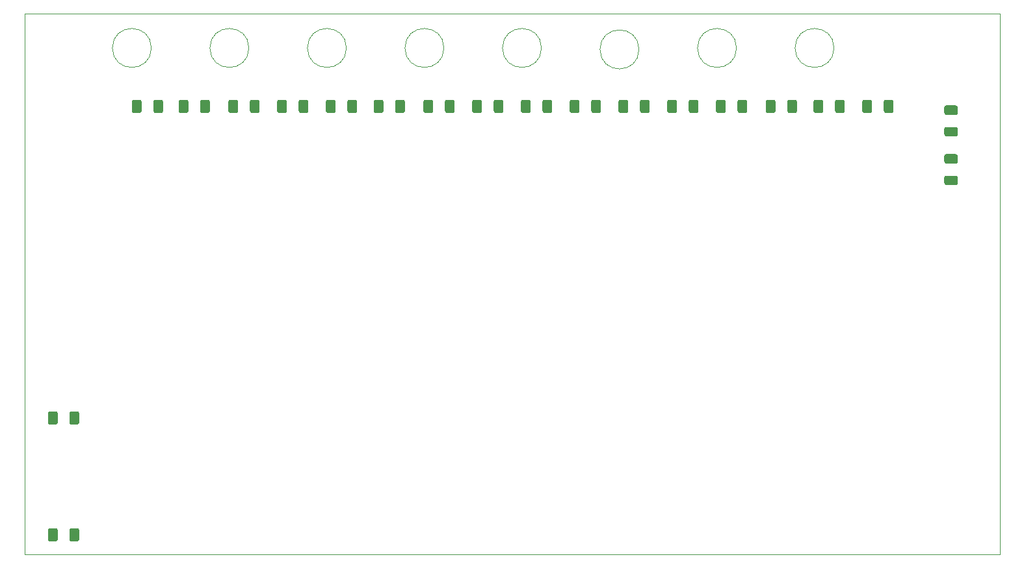
<source format=gbr>
G04 #@! TF.GenerationSoftware,KiCad,Pcbnew,5.1.8+dfsg1-1+b1*
G04 #@! TF.CreationDate,2021-07-07T17:01:25-05:00*
G04 #@! TF.ProjectId,front-panel,66726f6e-742d-4706-916e-656c2e6b6963,B*
G04 #@! TF.SameCoordinates,Original*
G04 #@! TF.FileFunction,Paste,Top*
G04 #@! TF.FilePolarity,Positive*
%FSLAX46Y46*%
G04 Gerber Fmt 4.6, Leading zero omitted, Abs format (unit mm)*
G04 Created by KiCad (PCBNEW 5.1.8+dfsg1-1+b1) date 2021-07-07 17:01:25*
%MOMM*%
%LPD*%
G01*
G04 APERTURE LIST*
G04 #@! TA.AperFunction,Profile*
%ADD10C,0.050000*%
G04 #@! TD*
G04 APERTURE END LIST*
D10*
X177800000Y-60325000D02*
X177800000Y-130810000D01*
X50800000Y-60325000D02*
X50800000Y-130810000D01*
X50800000Y-130810000D02*
X177800000Y-130810000D01*
X92710000Y-64770000D02*
G75*
G03*
X92710000Y-64770000I-2540000J0D01*
G01*
X156210000Y-64770000D02*
G75*
G03*
X156210000Y-64770000I-2540000J0D01*
G01*
X143510000Y-64770000D02*
G75*
G03*
X143510000Y-64770000I-2540000J0D01*
G01*
X130810000Y-64960500D02*
G75*
G03*
X130810000Y-64960500I-2540000J0D01*
G01*
X118110000Y-64770000D02*
G75*
G03*
X118110000Y-64770000I-2540000J0D01*
G01*
X105410000Y-64770000D02*
G75*
G03*
X105410000Y-64770000I-2540000J0D01*
G01*
X80010000Y-64770000D02*
G75*
G03*
X80010000Y-64770000I-2540000J0D01*
G01*
X67310000Y-64770000D02*
G75*
G03*
X67310000Y-64770000I-2540000J0D01*
G01*
X177800000Y-60325000D02*
X50800000Y-60325000D01*
G36*
G01*
X55105000Y-127645000D02*
X55105000Y-128895000D01*
G75*
G02*
X54855000Y-129145000I-250000J0D01*
G01*
X54105000Y-129145000D01*
G75*
G02*
X53855000Y-128895000I0J250000D01*
G01*
X53855000Y-127645000D01*
G75*
G02*
X54105000Y-127395000I250000J0D01*
G01*
X54855000Y-127395000D01*
G75*
G02*
X55105000Y-127645000I0J-250000D01*
G01*
G37*
G36*
G01*
X57905000Y-127645000D02*
X57905000Y-128895000D01*
G75*
G02*
X57655000Y-129145000I-250000J0D01*
G01*
X56905000Y-129145000D01*
G75*
G02*
X56655000Y-128895000I0J250000D01*
G01*
X56655000Y-127645000D01*
G75*
G02*
X56905000Y-127395000I250000J0D01*
G01*
X57655000Y-127395000D01*
G75*
G02*
X57905000Y-127645000I0J-250000D01*
G01*
G37*
G36*
G01*
X55105000Y-112405000D02*
X55105000Y-113655000D01*
G75*
G02*
X54855000Y-113905000I-250000J0D01*
G01*
X54105000Y-113905000D01*
G75*
G02*
X53855000Y-113655000I0J250000D01*
G01*
X53855000Y-112405000D01*
G75*
G02*
X54105000Y-112155000I250000J0D01*
G01*
X54855000Y-112155000D01*
G75*
G02*
X55105000Y-112405000I0J-250000D01*
G01*
G37*
G36*
G01*
X57905000Y-112405000D02*
X57905000Y-113655000D01*
G75*
G02*
X57655000Y-113905000I-250000J0D01*
G01*
X56905000Y-113905000D01*
G75*
G02*
X56655000Y-113655000I0J250000D01*
G01*
X56655000Y-112405000D01*
G75*
G02*
X56905000Y-112155000I250000J0D01*
G01*
X57655000Y-112155000D01*
G75*
G02*
X57905000Y-112405000I0J-250000D01*
G01*
G37*
G36*
G01*
X170825000Y-75070000D02*
X172075000Y-75070000D01*
G75*
G02*
X172325000Y-75320000I0J-250000D01*
G01*
X172325000Y-76070000D01*
G75*
G02*
X172075000Y-76320000I-250000J0D01*
G01*
X170825000Y-76320000D01*
G75*
G02*
X170575000Y-76070000I0J250000D01*
G01*
X170575000Y-75320000D01*
G75*
G02*
X170825000Y-75070000I250000J0D01*
G01*
G37*
G36*
G01*
X170825000Y-72270000D02*
X172075000Y-72270000D01*
G75*
G02*
X172325000Y-72520000I0J-250000D01*
G01*
X172325000Y-73270000D01*
G75*
G02*
X172075000Y-73520000I-250000J0D01*
G01*
X170825000Y-73520000D01*
G75*
G02*
X170575000Y-73270000I0J250000D01*
G01*
X170575000Y-72520000D01*
G75*
G02*
X170825000Y-72270000I250000J0D01*
G01*
G37*
G36*
G01*
X172075000Y-79870000D02*
X170825000Y-79870000D01*
G75*
G02*
X170575000Y-79620000I0J250000D01*
G01*
X170575000Y-78870000D01*
G75*
G02*
X170825000Y-78620000I250000J0D01*
G01*
X172075000Y-78620000D01*
G75*
G02*
X172325000Y-78870000I0J-250000D01*
G01*
X172325000Y-79620000D01*
G75*
G02*
X172075000Y-79870000I-250000J0D01*
G01*
G37*
G36*
G01*
X172075000Y-82670000D02*
X170825000Y-82670000D01*
G75*
G02*
X170575000Y-82420000I0J250000D01*
G01*
X170575000Y-81670000D01*
G75*
G02*
X170825000Y-81420000I250000J0D01*
G01*
X172075000Y-81420000D01*
G75*
G02*
X172325000Y-81670000I0J-250000D01*
G01*
X172325000Y-82420000D01*
G75*
G02*
X172075000Y-82670000I-250000J0D01*
G01*
G37*
G36*
G01*
X156350000Y-73015000D02*
X156350000Y-71765000D01*
G75*
G02*
X156600000Y-71515000I250000J0D01*
G01*
X157350000Y-71515000D01*
G75*
G02*
X157600000Y-71765000I0J-250000D01*
G01*
X157600000Y-73015000D01*
G75*
G02*
X157350000Y-73265000I-250000J0D01*
G01*
X156600000Y-73265000D01*
G75*
G02*
X156350000Y-73015000I0J250000D01*
G01*
G37*
G36*
G01*
X153550000Y-73015000D02*
X153550000Y-71765000D01*
G75*
G02*
X153800000Y-71515000I250000J0D01*
G01*
X154550000Y-71515000D01*
G75*
G02*
X154800000Y-71765000I0J-250000D01*
G01*
X154800000Y-73015000D01*
G75*
G02*
X154550000Y-73265000I-250000J0D01*
G01*
X153800000Y-73265000D01*
G75*
G02*
X153550000Y-73015000I0J250000D01*
G01*
G37*
G36*
G01*
X130950000Y-73015000D02*
X130950000Y-71765000D01*
G75*
G02*
X131200000Y-71515000I250000J0D01*
G01*
X131950000Y-71515000D01*
G75*
G02*
X132200000Y-71765000I0J-250000D01*
G01*
X132200000Y-73015000D01*
G75*
G02*
X131950000Y-73265000I-250000J0D01*
G01*
X131200000Y-73265000D01*
G75*
G02*
X130950000Y-73015000I0J250000D01*
G01*
G37*
G36*
G01*
X128150000Y-73015000D02*
X128150000Y-71765000D01*
G75*
G02*
X128400000Y-71515000I250000J0D01*
G01*
X129150000Y-71515000D01*
G75*
G02*
X129400000Y-71765000I0J-250000D01*
G01*
X129400000Y-73015000D01*
G75*
G02*
X129150000Y-73265000I-250000J0D01*
G01*
X128400000Y-73265000D01*
G75*
G02*
X128150000Y-73015000I0J250000D01*
G01*
G37*
G36*
G01*
X105550000Y-73015000D02*
X105550000Y-71765000D01*
G75*
G02*
X105800000Y-71515000I250000J0D01*
G01*
X106550000Y-71515000D01*
G75*
G02*
X106800000Y-71765000I0J-250000D01*
G01*
X106800000Y-73015000D01*
G75*
G02*
X106550000Y-73265000I-250000J0D01*
G01*
X105800000Y-73265000D01*
G75*
G02*
X105550000Y-73015000I0J250000D01*
G01*
G37*
G36*
G01*
X102750000Y-73015000D02*
X102750000Y-71765000D01*
G75*
G02*
X103000000Y-71515000I250000J0D01*
G01*
X103750000Y-71515000D01*
G75*
G02*
X104000000Y-71765000I0J-250000D01*
G01*
X104000000Y-73015000D01*
G75*
G02*
X103750000Y-73265000I-250000J0D01*
G01*
X103000000Y-73265000D01*
G75*
G02*
X102750000Y-73015000I0J250000D01*
G01*
G37*
G36*
G01*
X80150000Y-73015000D02*
X80150000Y-71765000D01*
G75*
G02*
X80400000Y-71515000I250000J0D01*
G01*
X81150000Y-71515000D01*
G75*
G02*
X81400000Y-71765000I0J-250000D01*
G01*
X81400000Y-73015000D01*
G75*
G02*
X81150000Y-73265000I-250000J0D01*
G01*
X80400000Y-73265000D01*
G75*
G02*
X80150000Y-73015000I0J250000D01*
G01*
G37*
G36*
G01*
X77350000Y-73015000D02*
X77350000Y-71765000D01*
G75*
G02*
X77600000Y-71515000I250000J0D01*
G01*
X78350000Y-71515000D01*
G75*
G02*
X78600000Y-71765000I0J-250000D01*
G01*
X78600000Y-73015000D01*
G75*
G02*
X78350000Y-73265000I-250000J0D01*
G01*
X77600000Y-73265000D01*
G75*
G02*
X77350000Y-73015000I0J250000D01*
G01*
G37*
G36*
G01*
X143650000Y-73015000D02*
X143650000Y-71765000D01*
G75*
G02*
X143900000Y-71515000I250000J0D01*
G01*
X144650000Y-71515000D01*
G75*
G02*
X144900000Y-71765000I0J-250000D01*
G01*
X144900000Y-73015000D01*
G75*
G02*
X144650000Y-73265000I-250000J0D01*
G01*
X143900000Y-73265000D01*
G75*
G02*
X143650000Y-73015000I0J250000D01*
G01*
G37*
G36*
G01*
X140850000Y-73015000D02*
X140850000Y-71765000D01*
G75*
G02*
X141100000Y-71515000I250000J0D01*
G01*
X141850000Y-71515000D01*
G75*
G02*
X142100000Y-71765000I0J-250000D01*
G01*
X142100000Y-73015000D01*
G75*
G02*
X141850000Y-73265000I-250000J0D01*
G01*
X141100000Y-73265000D01*
G75*
G02*
X140850000Y-73015000I0J250000D01*
G01*
G37*
G36*
G01*
X118250000Y-73015000D02*
X118250000Y-71765000D01*
G75*
G02*
X118500000Y-71515000I250000J0D01*
G01*
X119250000Y-71515000D01*
G75*
G02*
X119500000Y-71765000I0J-250000D01*
G01*
X119500000Y-73015000D01*
G75*
G02*
X119250000Y-73265000I-250000J0D01*
G01*
X118500000Y-73265000D01*
G75*
G02*
X118250000Y-73015000I0J250000D01*
G01*
G37*
G36*
G01*
X115450000Y-73015000D02*
X115450000Y-71765000D01*
G75*
G02*
X115700000Y-71515000I250000J0D01*
G01*
X116450000Y-71515000D01*
G75*
G02*
X116700000Y-71765000I0J-250000D01*
G01*
X116700000Y-73015000D01*
G75*
G02*
X116450000Y-73265000I-250000J0D01*
G01*
X115700000Y-73265000D01*
G75*
G02*
X115450000Y-73015000I0J250000D01*
G01*
G37*
G36*
G01*
X92850000Y-73015000D02*
X92850000Y-71765000D01*
G75*
G02*
X93100000Y-71515000I250000J0D01*
G01*
X93850000Y-71515000D01*
G75*
G02*
X94100000Y-71765000I0J-250000D01*
G01*
X94100000Y-73015000D01*
G75*
G02*
X93850000Y-73265000I-250000J0D01*
G01*
X93100000Y-73265000D01*
G75*
G02*
X92850000Y-73015000I0J250000D01*
G01*
G37*
G36*
G01*
X90050000Y-73015000D02*
X90050000Y-71765000D01*
G75*
G02*
X90300000Y-71515000I250000J0D01*
G01*
X91050000Y-71515000D01*
G75*
G02*
X91300000Y-71765000I0J-250000D01*
G01*
X91300000Y-73015000D01*
G75*
G02*
X91050000Y-73265000I-250000J0D01*
G01*
X90300000Y-73265000D01*
G75*
G02*
X90050000Y-73015000I0J250000D01*
G01*
G37*
G36*
G01*
X67580000Y-73015000D02*
X67580000Y-71765000D01*
G75*
G02*
X67830000Y-71515000I250000J0D01*
G01*
X68580000Y-71515000D01*
G75*
G02*
X68830000Y-71765000I0J-250000D01*
G01*
X68830000Y-73015000D01*
G75*
G02*
X68580000Y-73265000I-250000J0D01*
G01*
X67830000Y-73265000D01*
G75*
G02*
X67580000Y-73015000I0J250000D01*
G01*
G37*
G36*
G01*
X64780000Y-73015000D02*
X64780000Y-71765000D01*
G75*
G02*
X65030000Y-71515000I250000J0D01*
G01*
X65780000Y-71515000D01*
G75*
G02*
X66030000Y-71765000I0J-250000D01*
G01*
X66030000Y-73015000D01*
G75*
G02*
X65780000Y-73265000I-250000J0D01*
G01*
X65030000Y-73265000D01*
G75*
G02*
X64780000Y-73015000I0J250000D01*
G01*
G37*
G36*
G01*
X161150000Y-71765000D02*
X161150000Y-73015000D01*
G75*
G02*
X160900000Y-73265000I-250000J0D01*
G01*
X160150000Y-73265000D01*
G75*
G02*
X159900000Y-73015000I0J250000D01*
G01*
X159900000Y-71765000D01*
G75*
G02*
X160150000Y-71515000I250000J0D01*
G01*
X160900000Y-71515000D01*
G75*
G02*
X161150000Y-71765000I0J-250000D01*
G01*
G37*
G36*
G01*
X163950000Y-71765000D02*
X163950000Y-73015000D01*
G75*
G02*
X163700000Y-73265000I-250000J0D01*
G01*
X162950000Y-73265000D01*
G75*
G02*
X162700000Y-73015000I0J250000D01*
G01*
X162700000Y-71765000D01*
G75*
G02*
X162950000Y-71515000I250000J0D01*
G01*
X163700000Y-71515000D01*
G75*
G02*
X163950000Y-71765000I0J-250000D01*
G01*
G37*
G36*
G01*
X135750000Y-71765000D02*
X135750000Y-73015000D01*
G75*
G02*
X135500000Y-73265000I-250000J0D01*
G01*
X134750000Y-73265000D01*
G75*
G02*
X134500000Y-73015000I0J250000D01*
G01*
X134500000Y-71765000D01*
G75*
G02*
X134750000Y-71515000I250000J0D01*
G01*
X135500000Y-71515000D01*
G75*
G02*
X135750000Y-71765000I0J-250000D01*
G01*
G37*
G36*
G01*
X138550000Y-71765000D02*
X138550000Y-73015000D01*
G75*
G02*
X138300000Y-73265000I-250000J0D01*
G01*
X137550000Y-73265000D01*
G75*
G02*
X137300000Y-73015000I0J250000D01*
G01*
X137300000Y-71765000D01*
G75*
G02*
X137550000Y-71515000I250000J0D01*
G01*
X138300000Y-71515000D01*
G75*
G02*
X138550000Y-71765000I0J-250000D01*
G01*
G37*
G36*
G01*
X110350000Y-71765000D02*
X110350000Y-73015000D01*
G75*
G02*
X110100000Y-73265000I-250000J0D01*
G01*
X109350000Y-73265000D01*
G75*
G02*
X109100000Y-73015000I0J250000D01*
G01*
X109100000Y-71765000D01*
G75*
G02*
X109350000Y-71515000I250000J0D01*
G01*
X110100000Y-71515000D01*
G75*
G02*
X110350000Y-71765000I0J-250000D01*
G01*
G37*
G36*
G01*
X113150000Y-71765000D02*
X113150000Y-73015000D01*
G75*
G02*
X112900000Y-73265000I-250000J0D01*
G01*
X112150000Y-73265000D01*
G75*
G02*
X111900000Y-73015000I0J250000D01*
G01*
X111900000Y-71765000D01*
G75*
G02*
X112150000Y-71515000I250000J0D01*
G01*
X112900000Y-71515000D01*
G75*
G02*
X113150000Y-71765000I0J-250000D01*
G01*
G37*
G36*
G01*
X84950000Y-71765000D02*
X84950000Y-73015000D01*
G75*
G02*
X84700000Y-73265000I-250000J0D01*
G01*
X83950000Y-73265000D01*
G75*
G02*
X83700000Y-73015000I0J250000D01*
G01*
X83700000Y-71765000D01*
G75*
G02*
X83950000Y-71515000I250000J0D01*
G01*
X84700000Y-71515000D01*
G75*
G02*
X84950000Y-71765000I0J-250000D01*
G01*
G37*
G36*
G01*
X87750000Y-71765000D02*
X87750000Y-73015000D01*
G75*
G02*
X87500000Y-73265000I-250000J0D01*
G01*
X86750000Y-73265000D01*
G75*
G02*
X86500000Y-73015000I0J250000D01*
G01*
X86500000Y-71765000D01*
G75*
G02*
X86750000Y-71515000I250000J0D01*
G01*
X87500000Y-71515000D01*
G75*
G02*
X87750000Y-71765000I0J-250000D01*
G01*
G37*
G36*
G01*
X148580000Y-71765000D02*
X148580000Y-73015000D01*
G75*
G02*
X148330000Y-73265000I-250000J0D01*
G01*
X147580000Y-73265000D01*
G75*
G02*
X147330000Y-73015000I0J250000D01*
G01*
X147330000Y-71765000D01*
G75*
G02*
X147580000Y-71515000I250000J0D01*
G01*
X148330000Y-71515000D01*
G75*
G02*
X148580000Y-71765000I0J-250000D01*
G01*
G37*
G36*
G01*
X151380000Y-71765000D02*
X151380000Y-73015000D01*
G75*
G02*
X151130000Y-73265000I-250000J0D01*
G01*
X150380000Y-73265000D01*
G75*
G02*
X150130000Y-73015000I0J250000D01*
G01*
X150130000Y-71765000D01*
G75*
G02*
X150380000Y-71515000I250000J0D01*
G01*
X151130000Y-71515000D01*
G75*
G02*
X151380000Y-71765000I0J-250000D01*
G01*
G37*
G36*
G01*
X123050000Y-71765000D02*
X123050000Y-73015000D01*
G75*
G02*
X122800000Y-73265000I-250000J0D01*
G01*
X122050000Y-73265000D01*
G75*
G02*
X121800000Y-73015000I0J250000D01*
G01*
X121800000Y-71765000D01*
G75*
G02*
X122050000Y-71515000I250000J0D01*
G01*
X122800000Y-71515000D01*
G75*
G02*
X123050000Y-71765000I0J-250000D01*
G01*
G37*
G36*
G01*
X125850000Y-71765000D02*
X125850000Y-73015000D01*
G75*
G02*
X125600000Y-73265000I-250000J0D01*
G01*
X124850000Y-73265000D01*
G75*
G02*
X124600000Y-73015000I0J250000D01*
G01*
X124600000Y-71765000D01*
G75*
G02*
X124850000Y-71515000I250000J0D01*
G01*
X125600000Y-71515000D01*
G75*
G02*
X125850000Y-71765000I0J-250000D01*
G01*
G37*
G36*
G01*
X97520000Y-71765000D02*
X97520000Y-73015000D01*
G75*
G02*
X97270000Y-73265000I-250000J0D01*
G01*
X96520000Y-73265000D01*
G75*
G02*
X96270000Y-73015000I0J250000D01*
G01*
X96270000Y-71765000D01*
G75*
G02*
X96520000Y-71515000I250000J0D01*
G01*
X97270000Y-71515000D01*
G75*
G02*
X97520000Y-71765000I0J-250000D01*
G01*
G37*
G36*
G01*
X100320000Y-71765000D02*
X100320000Y-73015000D01*
G75*
G02*
X100070000Y-73265000I-250000J0D01*
G01*
X99320000Y-73265000D01*
G75*
G02*
X99070000Y-73015000I0J250000D01*
G01*
X99070000Y-71765000D01*
G75*
G02*
X99320000Y-71515000I250000J0D01*
G01*
X100070000Y-71515000D01*
G75*
G02*
X100320000Y-71765000I0J-250000D01*
G01*
G37*
G36*
G01*
X72120000Y-71765000D02*
X72120000Y-73015000D01*
G75*
G02*
X71870000Y-73265000I-250000J0D01*
G01*
X71120000Y-73265000D01*
G75*
G02*
X70870000Y-73015000I0J250000D01*
G01*
X70870000Y-71765000D01*
G75*
G02*
X71120000Y-71515000I250000J0D01*
G01*
X71870000Y-71515000D01*
G75*
G02*
X72120000Y-71765000I0J-250000D01*
G01*
G37*
G36*
G01*
X74920000Y-71765000D02*
X74920000Y-73015000D01*
G75*
G02*
X74670000Y-73265000I-250000J0D01*
G01*
X73920000Y-73265000D01*
G75*
G02*
X73670000Y-73015000I0J250000D01*
G01*
X73670000Y-71765000D01*
G75*
G02*
X73920000Y-71515000I250000J0D01*
G01*
X74670000Y-71515000D01*
G75*
G02*
X74920000Y-71765000I0J-250000D01*
G01*
G37*
M02*

</source>
